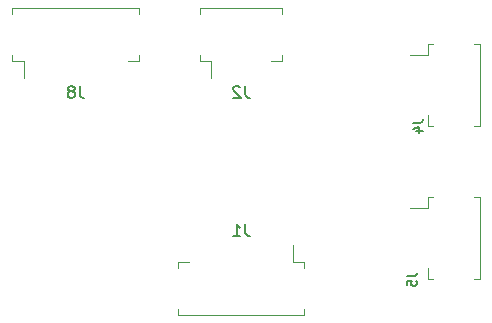
<source format=gbo>
%TF.GenerationSoftware,KiCad,Pcbnew,5.1.9*%
%TF.CreationDate,2021-02-28T20:30:44+01:00*%
%TF.ProjectId,can-usb-dongle,63616e2d-7573-4622-9d64-6f6e676c652e,rev?*%
%TF.SameCoordinates,Original*%
%TF.FileFunction,Legend,Bot*%
%TF.FilePolarity,Positive*%
%FSLAX46Y46*%
G04 Gerber Fmt 4.6, Leading zero omitted, Abs format (unit mm)*
G04 Created by KiCad (PCBNEW 5.1.9) date 2021-02-28 20:30:44*
%MOMM*%
%LPD*%
G01*
G04 APERTURE LIST*
%ADD10C,0.120000*%
%ADD11C,0.150000*%
G04 APERTURE END LIST*
D10*
%TO.C,J4*%
X89710000Y-46985000D02*
X89260000Y-46985000D01*
X89710000Y-40015000D02*
X89710000Y-46985000D01*
X89260000Y-40015000D02*
X89710000Y-40015000D01*
X85290000Y-46985000D02*
X85290000Y-46035000D01*
X85740000Y-46985000D02*
X85290000Y-46985000D01*
X85290000Y-40965000D02*
X83800000Y-40965000D01*
X85290000Y-40015000D02*
X85290000Y-40965000D01*
X85740000Y-40015000D02*
X85290000Y-40015000D01*
%TO.C,J5*%
X85740000Y-53015000D02*
X85290000Y-53015000D01*
X85290000Y-53015000D02*
X85290000Y-53965000D01*
X85290000Y-53965000D02*
X83800000Y-53965000D01*
X85740000Y-59985000D02*
X85290000Y-59985000D01*
X85290000Y-59985000D02*
X85290000Y-59035000D01*
X89260000Y-53015000D02*
X89710000Y-53015000D01*
X89710000Y-53015000D02*
X89710000Y-59985000D01*
X89710000Y-59985000D02*
X89260000Y-59985000D01*
%TO.C,J1*%
X74860000Y-58990000D02*
X74860000Y-58540000D01*
X74860000Y-58540000D02*
X73910000Y-58540000D01*
X73910000Y-58540000D02*
X73910000Y-57050000D01*
X64140000Y-58990000D02*
X64140000Y-58540000D01*
X64140000Y-58540000D02*
X65090000Y-58540000D01*
X74860000Y-62510000D02*
X74860000Y-62960000D01*
X74860000Y-62960000D02*
X64140000Y-62960000D01*
X64140000Y-62960000D02*
X64140000Y-62510000D01*
%TO.C,J2*%
X66015000Y-41010000D02*
X66015000Y-41460000D01*
X66015000Y-41460000D02*
X66965000Y-41460000D01*
X66965000Y-41460000D02*
X66965000Y-42950000D01*
X72985000Y-41010000D02*
X72985000Y-41460000D01*
X72985000Y-41460000D02*
X72035000Y-41460000D01*
X66015000Y-37490000D02*
X66015000Y-37040000D01*
X66015000Y-37040000D02*
X72985000Y-37040000D01*
X72985000Y-37040000D02*
X72985000Y-37490000D01*
%TO.C,J8*%
X50140000Y-41010000D02*
X50140000Y-41460000D01*
X50140000Y-41460000D02*
X51090000Y-41460000D01*
X51090000Y-41460000D02*
X51090000Y-42950000D01*
X60860000Y-41010000D02*
X60860000Y-41460000D01*
X60860000Y-41460000D02*
X59910000Y-41460000D01*
X50140000Y-37490000D02*
X50140000Y-37040000D01*
X50140000Y-37040000D02*
X60860000Y-37040000D01*
X60860000Y-37040000D02*
X60860000Y-37490000D01*
%TO.C,J4*%
D11*
X84061904Y-46733333D02*
X84633333Y-46733333D01*
X84747619Y-46695238D01*
X84823809Y-46619047D01*
X84861904Y-46504761D01*
X84861904Y-46428571D01*
X84328571Y-47457142D02*
X84861904Y-47457142D01*
X84023809Y-47266666D02*
X84595238Y-47076190D01*
X84595238Y-47571428D01*
%TO.C,J5*%
X83561904Y-59733333D02*
X84133333Y-59733333D01*
X84247619Y-59695238D01*
X84323809Y-59619047D01*
X84361904Y-59504761D01*
X84361904Y-59428571D01*
X83561904Y-60495238D02*
X83561904Y-60114285D01*
X83942857Y-60076190D01*
X83904761Y-60114285D01*
X83866666Y-60190476D01*
X83866666Y-60380952D01*
X83904761Y-60457142D01*
X83942857Y-60495238D01*
X84019047Y-60533333D01*
X84209523Y-60533333D01*
X84285714Y-60495238D01*
X84323809Y-60457142D01*
X84361904Y-60380952D01*
X84361904Y-60190476D01*
X84323809Y-60114285D01*
X84285714Y-60076190D01*
%TO.C,J1*%
X69833333Y-55302380D02*
X69833333Y-56016666D01*
X69880952Y-56159523D01*
X69976190Y-56254761D01*
X70119047Y-56302380D01*
X70214285Y-56302380D01*
X68833333Y-56302380D02*
X69404761Y-56302380D01*
X69119047Y-56302380D02*
X69119047Y-55302380D01*
X69214285Y-55445238D01*
X69309523Y-55540476D01*
X69404761Y-55588095D01*
%TO.C,J2*%
X69833333Y-43602380D02*
X69833333Y-44316666D01*
X69880952Y-44459523D01*
X69976190Y-44554761D01*
X70119047Y-44602380D01*
X70214285Y-44602380D01*
X69404761Y-43697619D02*
X69357142Y-43650000D01*
X69261904Y-43602380D01*
X69023809Y-43602380D01*
X68928571Y-43650000D01*
X68880952Y-43697619D01*
X68833333Y-43792857D01*
X68833333Y-43888095D01*
X68880952Y-44030952D01*
X69452380Y-44602380D01*
X68833333Y-44602380D01*
%TO.C,J8*%
X55833333Y-43602380D02*
X55833333Y-44316666D01*
X55880952Y-44459523D01*
X55976190Y-44554761D01*
X56119047Y-44602380D01*
X56214285Y-44602380D01*
X55214285Y-44030952D02*
X55309523Y-43983333D01*
X55357142Y-43935714D01*
X55404761Y-43840476D01*
X55404761Y-43792857D01*
X55357142Y-43697619D01*
X55309523Y-43650000D01*
X55214285Y-43602380D01*
X55023809Y-43602380D01*
X54928571Y-43650000D01*
X54880952Y-43697619D01*
X54833333Y-43792857D01*
X54833333Y-43840476D01*
X54880952Y-43935714D01*
X54928571Y-43983333D01*
X55023809Y-44030952D01*
X55214285Y-44030952D01*
X55309523Y-44078571D01*
X55357142Y-44126190D01*
X55404761Y-44221428D01*
X55404761Y-44411904D01*
X55357142Y-44507142D01*
X55309523Y-44554761D01*
X55214285Y-44602380D01*
X55023809Y-44602380D01*
X54928571Y-44554761D01*
X54880952Y-44507142D01*
X54833333Y-44411904D01*
X54833333Y-44221428D01*
X54880952Y-44126190D01*
X54928571Y-44078571D01*
X55023809Y-44030952D01*
%TD*%
M02*

</source>
